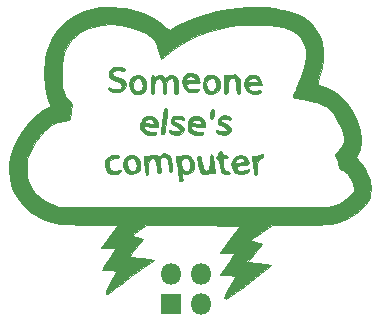
<source format=gts>
G04 #@! TF.GenerationSoftware,KiCad,Pcbnew,5.1.6-c6e7f7d~87~ubuntu18.04.1*
G04 #@! TF.CreationDate,2020-07-20T19:22:24+02:00*
G04 #@! TF.ProjectId,cloud-demo,636c6f75-642d-4646-956d-6f2e6b696361,rev?*
G04 #@! TF.SameCoordinates,Original*
G04 #@! TF.FileFunction,Soldermask,Top*
G04 #@! TF.FilePolarity,Negative*
%FSLAX46Y46*%
G04 Gerber Fmt 4.6, Leading zero omitted, Abs format (unit mm)*
G04 Created by KiCad (PCBNEW 5.1.6-c6e7f7d~87~ubuntu18.04.1) date 2020-07-20 19:22:24*
%MOMM*%
%LPD*%
G01*
G04 APERTURE LIST*
%ADD10C,0.010000*%
%ADD11O,1.800000X1.800000*%
%ADD12R,1.800000X1.800000*%
G04 APERTURE END LIST*
D10*
G36*
X137548996Y-69671742D02*
G01*
X138227108Y-69732416D01*
X138436524Y-69763274D01*
X139364180Y-69963460D01*
X140147210Y-70233775D01*
X140798634Y-70582534D01*
X141331474Y-71018051D01*
X141758750Y-71548643D01*
X142041799Y-72065561D01*
X142222459Y-72627748D01*
X142308133Y-73293214D01*
X142299552Y-74025553D01*
X142197446Y-74788360D01*
X142002547Y-75545228D01*
X141969987Y-75642582D01*
X141894329Y-75901568D01*
X141863068Y-76093551D01*
X141875225Y-76163513D01*
X141983298Y-76217393D01*
X142205470Y-76303279D01*
X142494171Y-76402810D01*
X142501402Y-76405175D01*
X143095031Y-76654464D01*
X143609386Y-76999522D01*
X144082993Y-77469202D01*
X144324732Y-77770636D01*
X144847172Y-78545683D01*
X145216594Y-79285299D01*
X145440099Y-80009154D01*
X145524787Y-80736919D01*
X145519038Y-81079237D01*
X145468490Y-81547531D01*
X145372359Y-81890181D01*
X145304171Y-82027160D01*
X145125778Y-82329513D01*
X145401703Y-82630753D01*
X145573589Y-82854241D01*
X145775986Y-83169946D01*
X145969586Y-83515819D01*
X145999140Y-83573840D01*
X146270142Y-84265644D01*
X146380143Y-84933419D01*
X146327933Y-85568450D01*
X146294660Y-85702533D01*
X146135629Y-86040404D01*
X145852629Y-86414819D01*
X145477188Y-86795286D01*
X145040834Y-87151310D01*
X144575097Y-87452397D01*
X144380145Y-87554249D01*
X144044201Y-87705269D01*
X143712246Y-87826196D01*
X143360336Y-87920173D01*
X142964528Y-87990342D01*
X142500879Y-88039846D01*
X141945446Y-88071827D01*
X141274284Y-88089430D01*
X140463452Y-88095795D01*
X140252688Y-88096000D01*
X138030271Y-88096000D01*
X137148635Y-88700455D01*
X136807361Y-88935627D01*
X136515214Y-89139178D01*
X136301617Y-89290450D01*
X136195993Y-89368787D01*
X136192911Y-89371444D01*
X136228773Y-89420088D01*
X136395031Y-89482053D01*
X136637411Y-89540005D01*
X136906692Y-89599485D01*
X137094179Y-89653324D01*
X137156000Y-89686460D01*
X137104375Y-89764729D01*
X136964119Y-89943927D01*
X136757160Y-90196724D01*
X136526312Y-90471257D01*
X135896625Y-91211624D01*
X136907312Y-91317353D01*
X137297699Y-91363005D01*
X137618005Y-91409626D01*
X137835627Y-91451816D01*
X137917957Y-91484174D01*
X137918000Y-91484752D01*
X137853321Y-91548884D01*
X137673390Y-91697373D01*
X137399366Y-91914245D01*
X137052407Y-92183528D01*
X136653671Y-92489249D01*
X136224318Y-92815434D01*
X135785506Y-93146111D01*
X135358393Y-93465308D01*
X134964138Y-93757051D01*
X134623900Y-94005367D01*
X134358837Y-94194284D01*
X134190107Y-94307829D01*
X134145725Y-94332484D01*
X134017174Y-94308226D01*
X133974530Y-94248003D01*
X133995319Y-94120496D01*
X134096355Y-93877777D01*
X134265390Y-93546477D01*
X134436160Y-93244386D01*
X134948020Y-92371667D01*
X134274409Y-92347082D01*
X133600799Y-92322498D01*
X134193066Y-91439738D01*
X134417727Y-91101771D01*
X134603255Y-90816744D01*
X134731631Y-90612769D01*
X134784840Y-90517963D01*
X134785334Y-90515531D01*
X134707800Y-90491961D01*
X134503619Y-90468684D01*
X134215415Y-90450426D01*
X134187247Y-90449209D01*
X133589161Y-90424333D01*
X134446283Y-89281333D01*
X135303404Y-88138333D01*
X131328962Y-88116344D01*
X127354519Y-88094354D01*
X126701115Y-88539677D01*
X126047710Y-88985000D01*
X126564188Y-89105555D01*
X126832085Y-89175210D01*
X127018771Y-89237360D01*
X127080658Y-89274889D01*
X127029023Y-89355254D01*
X126889139Y-89535417D01*
X126683530Y-89787100D01*
X126480325Y-90028611D01*
X126240909Y-90314676D01*
X126052310Y-90549497D01*
X125935680Y-90706097D01*
X125908833Y-90757484D01*
X125999184Y-90775968D01*
X126224158Y-90808739D01*
X126550101Y-90851207D01*
X126943358Y-90898783D01*
X126953667Y-90899987D01*
X127969667Y-91018560D01*
X126082585Y-92439850D01*
X125586061Y-92812238D01*
X125129622Y-93151558D01*
X124731856Y-93444230D01*
X124411355Y-93676673D01*
X124186708Y-93835307D01*
X124076504Y-93906549D01*
X124072466Y-93908355D01*
X123944108Y-93914734D01*
X123919461Y-93794590D01*
X123998978Y-93546286D01*
X124183112Y-93168189D01*
X124369945Y-92833282D01*
X124881537Y-91948333D01*
X124245435Y-91923605D01*
X123941621Y-91906710D01*
X123716762Y-91884518D01*
X123612193Y-91861339D01*
X123609334Y-91857283D01*
X123653845Y-91775161D01*
X123775366Y-91581007D01*
X123955877Y-91302943D01*
X124177361Y-90969092D01*
X124201510Y-90933063D01*
X124793687Y-90050438D01*
X123505685Y-90001000D01*
X124960573Y-88111022D01*
X122443453Y-88074906D01*
X121643550Y-88061862D01*
X120988817Y-88045503D01*
X120455091Y-88022088D01*
X120018208Y-87987877D01*
X119654005Y-87939129D01*
X119338319Y-87872102D01*
X119046987Y-87783057D01*
X118755846Y-87668252D01*
X118440733Y-87523946D01*
X118233000Y-87423067D01*
X117507491Y-86978512D01*
X116882730Y-86415168D01*
X116376414Y-85754294D01*
X116006242Y-85017144D01*
X115864974Y-84578815D01*
X115779462Y-84090158D01*
X115742067Y-83512852D01*
X115746491Y-83270000D01*
X117220964Y-83270000D01*
X117236276Y-83662205D01*
X117273159Y-84043190D01*
X117324202Y-84340405D01*
X117334216Y-84379032D01*
X117560375Y-84895308D01*
X117928339Y-85385363D01*
X118410580Y-85822372D01*
X118979572Y-86179510D01*
X119350699Y-86344122D01*
X119841667Y-86529667D01*
X130848334Y-86572000D01*
X132483213Y-86578257D01*
X133957558Y-86583767D01*
X135280163Y-86588464D01*
X136459827Y-86592278D01*
X137505345Y-86595144D01*
X138425515Y-86596993D01*
X139229132Y-86597757D01*
X139924993Y-86597370D01*
X140521896Y-86595765D01*
X141028636Y-86592872D01*
X141454011Y-86588626D01*
X141806817Y-86582958D01*
X142095850Y-86575802D01*
X142329907Y-86567089D01*
X142517785Y-86556752D01*
X142668281Y-86544724D01*
X142790191Y-86530937D01*
X142892311Y-86515323D01*
X142983439Y-86497816D01*
X143072371Y-86478348D01*
X143072879Y-86478233D01*
X143668557Y-86272824D01*
X144225443Y-85926877D01*
X144534026Y-85663558D01*
X144786412Y-85402537D01*
X144913452Y-85180886D01*
X144929880Y-84942836D01*
X144850431Y-84632617D01*
X144825502Y-84560318D01*
X144642017Y-84135817D01*
X144427227Y-83791881D01*
X144203390Y-83558883D01*
X144027695Y-83471705D01*
X143899470Y-83426354D01*
X143796513Y-83326535D01*
X143694546Y-83137231D01*
X143569289Y-82823425D01*
X143558893Y-82795544D01*
X143324906Y-82166345D01*
X143667419Y-81777230D01*
X143935701Y-81407864D01*
X144062957Y-81043443D01*
X144063417Y-80628635D01*
X144022803Y-80395497D01*
X143895141Y-79980876D01*
X143691566Y-79524771D01*
X143435883Y-79064971D01*
X143151896Y-78639269D01*
X142863412Y-78285457D01*
X142594235Y-78041324D01*
X142505727Y-77987092D01*
X142161667Y-77842689D01*
X141702856Y-77695873D01*
X141182994Y-77561482D01*
X140655783Y-77454349D01*
X140469545Y-77424580D01*
X140153118Y-77370730D01*
X139913316Y-77315482D01*
X139789421Y-77268425D01*
X139780667Y-77256429D01*
X139812027Y-77152820D01*
X139895766Y-76933920D01*
X140016368Y-76639565D01*
X140071986Y-76508381D01*
X140451019Y-75539901D01*
X140707678Y-74684439D01*
X140840022Y-73935978D01*
X140846108Y-73288499D01*
X140723995Y-72735984D01*
X140471740Y-72272413D01*
X140087402Y-71891768D01*
X139569040Y-71588031D01*
X138914710Y-71355183D01*
X138368950Y-71230050D01*
X137863164Y-71163810D01*
X137237940Y-71127025D01*
X136540427Y-71118767D01*
X135817771Y-71138107D01*
X135117122Y-71184118D01*
X134485626Y-71255873D01*
X134148333Y-71313115D01*
X132787958Y-71653186D01*
X131549796Y-72107566D01*
X130429349Y-72678235D01*
X129422115Y-73367174D01*
X129348714Y-73425512D01*
X128562334Y-74057177D01*
X128489592Y-73774088D01*
X128364366Y-73297165D01*
X128264282Y-72952751D01*
X128175707Y-72708522D01*
X128085008Y-72532154D01*
X127978551Y-72391322D01*
X127852099Y-72262618D01*
X127317748Y-71859768D01*
X126665692Y-71537774D01*
X125929382Y-71301170D01*
X125142269Y-71154487D01*
X124337803Y-71102255D01*
X123549436Y-71149006D01*
X122810618Y-71299271D01*
X122260451Y-71505161D01*
X121756548Y-71771390D01*
X121370736Y-72048431D01*
X121054191Y-72375609D01*
X120866573Y-72627769D01*
X120600601Y-73058527D01*
X120411463Y-73480771D01*
X120287821Y-73937409D01*
X120218340Y-74471348D01*
X120191681Y-75125496D01*
X120191058Y-75184333D01*
X120202272Y-75845619D01*
X120254291Y-76372216D01*
X120355125Y-76795561D01*
X120512783Y-77147091D01*
X120735273Y-77458245D01*
X120784670Y-77514434D01*
X121071408Y-77831820D01*
X120987381Y-78413076D01*
X120944882Y-78718631D01*
X120914103Y-78961867D01*
X120901682Y-79090321D01*
X120901677Y-79090553D01*
X120824999Y-79158134D01*
X120631925Y-79221652D01*
X120501160Y-79246583D01*
X119857590Y-79398579D01*
X119322365Y-79654002D01*
X118857160Y-80031651D01*
X118817070Y-80072637D01*
X118388784Y-80541689D01*
X118056269Y-80968470D01*
X117778660Y-81410733D01*
X117534732Y-81884892D01*
X117376337Y-82231618D01*
X117281845Y-82499045D01*
X117235382Y-82757241D01*
X117221077Y-83076271D01*
X117220964Y-83270000D01*
X115746491Y-83270000D01*
X115752898Y-82918309D01*
X115812065Y-82377938D01*
X115861245Y-82144836D01*
X116070588Y-81539412D01*
X116381263Y-80902848D01*
X116770157Y-80265834D01*
X117214156Y-79659060D01*
X117690146Y-79113214D01*
X118175015Y-78658987D01*
X118645649Y-78327069D01*
X118795396Y-78248900D01*
X119273125Y-78024320D01*
X119076267Y-77535660D01*
X118876832Y-76923272D01*
X118755812Y-76254576D01*
X118708310Y-75492976D01*
X118717375Y-74853953D01*
X118744538Y-74350454D01*
X118786814Y-73956779D01*
X118854106Y-73613498D01*
X118956313Y-73261179D01*
X119008550Y-73106260D01*
X119389501Y-72242293D01*
X119891971Y-71495870D01*
X120513606Y-70869082D01*
X121252053Y-70364018D01*
X122104958Y-69982770D01*
X122730982Y-69799617D01*
X123091645Y-69721053D01*
X123414832Y-69672664D01*
X123754764Y-69650481D01*
X124165660Y-69650531D01*
X124583000Y-69663953D01*
X125076139Y-69693781D01*
X125558376Y-69740778D01*
X125974142Y-69798628D01*
X126234000Y-69851674D01*
X126856359Y-70053510D01*
X127492466Y-70328627D01*
X128090375Y-70650493D01*
X128598140Y-70992578D01*
X128802883Y-71163733D01*
X129054395Y-71388623D01*
X129219399Y-71513101D01*
X129332933Y-71554651D01*
X129430037Y-71530759D01*
X129480216Y-71501737D01*
X130081026Y-71165862D01*
X130807064Y-70830284D01*
X131614995Y-70511435D01*
X132461484Y-70225748D01*
X133303195Y-69989654D01*
X133727000Y-69891430D01*
X134380301Y-69782339D01*
X135139738Y-69704448D01*
X135954724Y-69659134D01*
X136774672Y-69647773D01*
X137548996Y-69671742D01*
G37*
X137548996Y-69671742D02*
X138227108Y-69732416D01*
X138436524Y-69763274D01*
X139364180Y-69963460D01*
X140147210Y-70233775D01*
X140798634Y-70582534D01*
X141331474Y-71018051D01*
X141758750Y-71548643D01*
X142041799Y-72065561D01*
X142222459Y-72627748D01*
X142308133Y-73293214D01*
X142299552Y-74025553D01*
X142197446Y-74788360D01*
X142002547Y-75545228D01*
X141969987Y-75642582D01*
X141894329Y-75901568D01*
X141863068Y-76093551D01*
X141875225Y-76163513D01*
X141983298Y-76217393D01*
X142205470Y-76303279D01*
X142494171Y-76402810D01*
X142501402Y-76405175D01*
X143095031Y-76654464D01*
X143609386Y-76999522D01*
X144082993Y-77469202D01*
X144324732Y-77770636D01*
X144847172Y-78545683D01*
X145216594Y-79285299D01*
X145440099Y-80009154D01*
X145524787Y-80736919D01*
X145519038Y-81079237D01*
X145468490Y-81547531D01*
X145372359Y-81890181D01*
X145304171Y-82027160D01*
X145125778Y-82329513D01*
X145401703Y-82630753D01*
X145573589Y-82854241D01*
X145775986Y-83169946D01*
X145969586Y-83515819D01*
X145999140Y-83573840D01*
X146270142Y-84265644D01*
X146380143Y-84933419D01*
X146327933Y-85568450D01*
X146294660Y-85702533D01*
X146135629Y-86040404D01*
X145852629Y-86414819D01*
X145477188Y-86795286D01*
X145040834Y-87151310D01*
X144575097Y-87452397D01*
X144380145Y-87554249D01*
X144044201Y-87705269D01*
X143712246Y-87826196D01*
X143360336Y-87920173D01*
X142964528Y-87990342D01*
X142500879Y-88039846D01*
X141945446Y-88071827D01*
X141274284Y-88089430D01*
X140463452Y-88095795D01*
X140252688Y-88096000D01*
X138030271Y-88096000D01*
X137148635Y-88700455D01*
X136807361Y-88935627D01*
X136515214Y-89139178D01*
X136301617Y-89290450D01*
X136195993Y-89368787D01*
X136192911Y-89371444D01*
X136228773Y-89420088D01*
X136395031Y-89482053D01*
X136637411Y-89540005D01*
X136906692Y-89599485D01*
X137094179Y-89653324D01*
X137156000Y-89686460D01*
X137104375Y-89764729D01*
X136964119Y-89943927D01*
X136757160Y-90196724D01*
X136526312Y-90471257D01*
X135896625Y-91211624D01*
X136907312Y-91317353D01*
X137297699Y-91363005D01*
X137618005Y-91409626D01*
X137835627Y-91451816D01*
X137917957Y-91484174D01*
X137918000Y-91484752D01*
X137853321Y-91548884D01*
X137673390Y-91697373D01*
X137399366Y-91914245D01*
X137052407Y-92183528D01*
X136653671Y-92489249D01*
X136224318Y-92815434D01*
X135785506Y-93146111D01*
X135358393Y-93465308D01*
X134964138Y-93757051D01*
X134623900Y-94005367D01*
X134358837Y-94194284D01*
X134190107Y-94307829D01*
X134145725Y-94332484D01*
X134017174Y-94308226D01*
X133974530Y-94248003D01*
X133995319Y-94120496D01*
X134096355Y-93877777D01*
X134265390Y-93546477D01*
X134436160Y-93244386D01*
X134948020Y-92371667D01*
X134274409Y-92347082D01*
X133600799Y-92322498D01*
X134193066Y-91439738D01*
X134417727Y-91101771D01*
X134603255Y-90816744D01*
X134731631Y-90612769D01*
X134784840Y-90517963D01*
X134785334Y-90515531D01*
X134707800Y-90491961D01*
X134503619Y-90468684D01*
X134215415Y-90450426D01*
X134187247Y-90449209D01*
X133589161Y-90424333D01*
X134446283Y-89281333D01*
X135303404Y-88138333D01*
X131328962Y-88116344D01*
X127354519Y-88094354D01*
X126701115Y-88539677D01*
X126047710Y-88985000D01*
X126564188Y-89105555D01*
X126832085Y-89175210D01*
X127018771Y-89237360D01*
X127080658Y-89274889D01*
X127029023Y-89355254D01*
X126889139Y-89535417D01*
X126683530Y-89787100D01*
X126480325Y-90028611D01*
X126240909Y-90314676D01*
X126052310Y-90549497D01*
X125935680Y-90706097D01*
X125908833Y-90757484D01*
X125999184Y-90775968D01*
X126224158Y-90808739D01*
X126550101Y-90851207D01*
X126943358Y-90898783D01*
X126953667Y-90899987D01*
X127969667Y-91018560D01*
X126082585Y-92439850D01*
X125586061Y-92812238D01*
X125129622Y-93151558D01*
X124731856Y-93444230D01*
X124411355Y-93676673D01*
X124186708Y-93835307D01*
X124076504Y-93906549D01*
X124072466Y-93908355D01*
X123944108Y-93914734D01*
X123919461Y-93794590D01*
X123998978Y-93546286D01*
X124183112Y-93168189D01*
X124369945Y-92833282D01*
X124881537Y-91948333D01*
X124245435Y-91923605D01*
X123941621Y-91906710D01*
X123716762Y-91884518D01*
X123612193Y-91861339D01*
X123609334Y-91857283D01*
X123653845Y-91775161D01*
X123775366Y-91581007D01*
X123955877Y-91302943D01*
X124177361Y-90969092D01*
X124201510Y-90933063D01*
X124793687Y-90050438D01*
X123505685Y-90001000D01*
X124960573Y-88111022D01*
X122443453Y-88074906D01*
X121643550Y-88061862D01*
X120988817Y-88045503D01*
X120455091Y-88022088D01*
X120018208Y-87987877D01*
X119654005Y-87939129D01*
X119338319Y-87872102D01*
X119046987Y-87783057D01*
X118755846Y-87668252D01*
X118440733Y-87523946D01*
X118233000Y-87423067D01*
X117507491Y-86978512D01*
X116882730Y-86415168D01*
X116376414Y-85754294D01*
X116006242Y-85017144D01*
X115864974Y-84578815D01*
X115779462Y-84090158D01*
X115742067Y-83512852D01*
X115746491Y-83270000D01*
X117220964Y-83270000D01*
X117236276Y-83662205D01*
X117273159Y-84043190D01*
X117324202Y-84340405D01*
X117334216Y-84379032D01*
X117560375Y-84895308D01*
X117928339Y-85385363D01*
X118410580Y-85822372D01*
X118979572Y-86179510D01*
X119350699Y-86344122D01*
X119841667Y-86529667D01*
X130848334Y-86572000D01*
X132483213Y-86578257D01*
X133957558Y-86583767D01*
X135280163Y-86588464D01*
X136459827Y-86592278D01*
X137505345Y-86595144D01*
X138425515Y-86596993D01*
X139229132Y-86597757D01*
X139924993Y-86597370D01*
X140521896Y-86595765D01*
X141028636Y-86592872D01*
X141454011Y-86588626D01*
X141806817Y-86582958D01*
X142095850Y-86575802D01*
X142329907Y-86567089D01*
X142517785Y-86556752D01*
X142668281Y-86544724D01*
X142790191Y-86530937D01*
X142892311Y-86515323D01*
X142983439Y-86497816D01*
X143072371Y-86478348D01*
X143072879Y-86478233D01*
X143668557Y-86272824D01*
X144225443Y-85926877D01*
X144534026Y-85663558D01*
X144786412Y-85402537D01*
X144913452Y-85180886D01*
X144929880Y-84942836D01*
X144850431Y-84632617D01*
X144825502Y-84560318D01*
X144642017Y-84135817D01*
X144427227Y-83791881D01*
X144203390Y-83558883D01*
X144027695Y-83471705D01*
X143899470Y-83426354D01*
X143796513Y-83326535D01*
X143694546Y-83137231D01*
X143569289Y-82823425D01*
X143558893Y-82795544D01*
X143324906Y-82166345D01*
X143667419Y-81777230D01*
X143935701Y-81407864D01*
X144062957Y-81043443D01*
X144063417Y-80628635D01*
X144022803Y-80395497D01*
X143895141Y-79980876D01*
X143691566Y-79524771D01*
X143435883Y-79064971D01*
X143151896Y-78639269D01*
X142863412Y-78285457D01*
X142594235Y-78041324D01*
X142505727Y-77987092D01*
X142161667Y-77842689D01*
X141702856Y-77695873D01*
X141182994Y-77561482D01*
X140655783Y-77454349D01*
X140469545Y-77424580D01*
X140153118Y-77370730D01*
X139913316Y-77315482D01*
X139789421Y-77268425D01*
X139780667Y-77256429D01*
X139812027Y-77152820D01*
X139895766Y-76933920D01*
X140016368Y-76639565D01*
X140071986Y-76508381D01*
X140451019Y-75539901D01*
X140707678Y-74684439D01*
X140840022Y-73935978D01*
X140846108Y-73288499D01*
X140723995Y-72735984D01*
X140471740Y-72272413D01*
X140087402Y-71891768D01*
X139569040Y-71588031D01*
X138914710Y-71355183D01*
X138368950Y-71230050D01*
X137863164Y-71163810D01*
X137237940Y-71127025D01*
X136540427Y-71118767D01*
X135817771Y-71138107D01*
X135117122Y-71184118D01*
X134485626Y-71255873D01*
X134148333Y-71313115D01*
X132787958Y-71653186D01*
X131549796Y-72107566D01*
X130429349Y-72678235D01*
X129422115Y-73367174D01*
X129348714Y-73425512D01*
X128562334Y-74057177D01*
X128489592Y-73774088D01*
X128364366Y-73297165D01*
X128264282Y-72952751D01*
X128175707Y-72708522D01*
X128085008Y-72532154D01*
X127978551Y-72391322D01*
X127852099Y-72262618D01*
X127317748Y-71859768D01*
X126665692Y-71537774D01*
X125929382Y-71301170D01*
X125142269Y-71154487D01*
X124337803Y-71102255D01*
X123549436Y-71149006D01*
X122810618Y-71299271D01*
X122260451Y-71505161D01*
X121756548Y-71771390D01*
X121370736Y-72048431D01*
X121054191Y-72375609D01*
X120866573Y-72627769D01*
X120600601Y-73058527D01*
X120411463Y-73480771D01*
X120287821Y-73937409D01*
X120218340Y-74471348D01*
X120191681Y-75125496D01*
X120191058Y-75184333D01*
X120202272Y-75845619D01*
X120254291Y-76372216D01*
X120355125Y-76795561D01*
X120512783Y-77147091D01*
X120735273Y-77458245D01*
X120784670Y-77514434D01*
X121071408Y-77831820D01*
X120987381Y-78413076D01*
X120944882Y-78718631D01*
X120914103Y-78961867D01*
X120901682Y-79090321D01*
X120901677Y-79090553D01*
X120824999Y-79158134D01*
X120631925Y-79221652D01*
X120501160Y-79246583D01*
X119857590Y-79398579D01*
X119322365Y-79654002D01*
X118857160Y-80031651D01*
X118817070Y-80072637D01*
X118388784Y-80541689D01*
X118056269Y-80968470D01*
X117778660Y-81410733D01*
X117534732Y-81884892D01*
X117376337Y-82231618D01*
X117281845Y-82499045D01*
X117235382Y-82757241D01*
X117221077Y-83076271D01*
X117220964Y-83270000D01*
X115746491Y-83270000D01*
X115752898Y-82918309D01*
X115812065Y-82377938D01*
X115861245Y-82144836D01*
X116070588Y-81539412D01*
X116381263Y-80902848D01*
X116770157Y-80265834D01*
X117214156Y-79659060D01*
X117690146Y-79113214D01*
X118175015Y-78658987D01*
X118645649Y-78327069D01*
X118795396Y-78248900D01*
X119273125Y-78024320D01*
X119076267Y-77535660D01*
X118876832Y-76923272D01*
X118755812Y-76254576D01*
X118708310Y-75492976D01*
X118717375Y-74853953D01*
X118744538Y-74350454D01*
X118786814Y-73956779D01*
X118854106Y-73613498D01*
X118956313Y-73261179D01*
X119008550Y-73106260D01*
X119389501Y-72242293D01*
X119891971Y-71495870D01*
X120513606Y-70869082D01*
X121252053Y-70364018D01*
X122104958Y-69982770D01*
X122730982Y-69799617D01*
X123091645Y-69721053D01*
X123414832Y-69672664D01*
X123754764Y-69650481D01*
X124165660Y-69650531D01*
X124583000Y-69663953D01*
X125076139Y-69693781D01*
X125558376Y-69740778D01*
X125974142Y-69798628D01*
X126234000Y-69851674D01*
X126856359Y-70053510D01*
X127492466Y-70328627D01*
X128090375Y-70650493D01*
X128598140Y-70992578D01*
X128802883Y-71163733D01*
X129054395Y-71388623D01*
X129219399Y-71513101D01*
X129332933Y-71554651D01*
X129430037Y-71530759D01*
X129480216Y-71501737D01*
X130081026Y-71165862D01*
X130807064Y-70830284D01*
X131614995Y-70511435D01*
X132461484Y-70225748D01*
X133303195Y-69989654D01*
X133727000Y-69891430D01*
X134380301Y-69782339D01*
X135139738Y-69704448D01*
X135954724Y-69659134D01*
X136774672Y-69647773D01*
X137548996Y-69671742D01*
G36*
X131064839Y-82249825D02*
G01*
X131267612Y-82500158D01*
X131386579Y-82859140D01*
X131382204Y-83196777D01*
X131269644Y-83481366D01*
X131064054Y-83681203D01*
X130780593Y-83764584D01*
X130665143Y-83760313D01*
X130364649Y-83725232D01*
X130407935Y-84047949D01*
X130424173Y-84259697D01*
X130384938Y-84352061D01*
X130289944Y-84370667D01*
X130156528Y-84359940D01*
X130128667Y-84346282D01*
X130118811Y-84257847D01*
X130091959Y-84034834D01*
X130052183Y-83710686D01*
X130003556Y-83318842D01*
X130002343Y-83309115D01*
X129958377Y-82955086D01*
X130301877Y-82955086D01*
X130339930Y-83211621D01*
X130431048Y-83390952D01*
X130643981Y-83510832D01*
X130863606Y-83488881D01*
X130958400Y-83422400D01*
X131034072Y-83252697D01*
X131056778Y-82997667D01*
X131025250Y-82733232D01*
X130972355Y-82587100D01*
X130819654Y-82456965D01*
X130605953Y-82429795D01*
X130410885Y-82514234D01*
X130399600Y-82524933D01*
X130320825Y-82700254D01*
X130301877Y-82955086D01*
X129958377Y-82955086D01*
X129953491Y-82915748D01*
X129913310Y-82588963D01*
X129885898Y-82362324D01*
X129875355Y-82269396D01*
X129875343Y-82269107D01*
X129946281Y-82254969D01*
X130065167Y-82260751D01*
X130286634Y-82242567D01*
X130488500Y-82184239D01*
X130794447Y-82138149D01*
X131064839Y-82249825D01*
G37*
X131064839Y-82249825D02*
X131267612Y-82500158D01*
X131386579Y-82859140D01*
X131382204Y-83196777D01*
X131269644Y-83481366D01*
X131064054Y-83681203D01*
X130780593Y-83764584D01*
X130665143Y-83760313D01*
X130364649Y-83725232D01*
X130407935Y-84047949D01*
X130424173Y-84259697D01*
X130384938Y-84352061D01*
X130289944Y-84370667D01*
X130156528Y-84359940D01*
X130128667Y-84346282D01*
X130118811Y-84257847D01*
X130091959Y-84034834D01*
X130052183Y-83710686D01*
X130003556Y-83318842D01*
X130002343Y-83309115D01*
X129958377Y-82955086D01*
X130301877Y-82955086D01*
X130339930Y-83211621D01*
X130431048Y-83390952D01*
X130643981Y-83510832D01*
X130863606Y-83488881D01*
X130958400Y-83422400D01*
X131034072Y-83252697D01*
X131056778Y-82997667D01*
X131025250Y-82733232D01*
X130972355Y-82587100D01*
X130819654Y-82456965D01*
X130605953Y-82429795D01*
X130410885Y-82514234D01*
X130399600Y-82524933D01*
X130320825Y-82700254D01*
X130301877Y-82955086D01*
X129958377Y-82955086D01*
X129953491Y-82915748D01*
X129913310Y-82588963D01*
X129885898Y-82362324D01*
X129875355Y-82269396D01*
X129875343Y-82269107D01*
X129946281Y-82254969D01*
X130065167Y-82260751D01*
X130286634Y-82242567D01*
X130488500Y-82184239D01*
X130794447Y-82138149D01*
X131064839Y-82249825D01*
G36*
X129128901Y-82046745D02*
G01*
X129321630Y-82228412D01*
X129461937Y-82551757D01*
X129541612Y-83008327D01*
X129548577Y-83099220D01*
X129556715Y-83376153D01*
X129529968Y-83525141D01*
X129459673Y-83585532D01*
X129440451Y-83590281D01*
X129356537Y-83571519D01*
X129299165Y-83454497D01*
X129254966Y-83207473D01*
X129244921Y-83126061D01*
X129206534Y-82832994D01*
X129168294Y-82594719D01*
X129146747Y-82494655D01*
X129027084Y-82333838D01*
X128826485Y-82296607D01*
X128671555Y-82348181D01*
X128582643Y-82410762D01*
X128535853Y-82505823D01*
X128524185Y-82674655D01*
X128540640Y-82958551D01*
X128549609Y-83067544D01*
X128573052Y-83388554D01*
X128572013Y-83576330D01*
X128540705Y-83665938D01*
X128473340Y-83692443D01*
X128446315Y-83693333D01*
X128353234Y-83663441D01*
X128293424Y-83549526D01*
X128251586Y-83315235D01*
X128238507Y-83199499D01*
X128191244Y-82827886D01*
X128134433Y-82595301D01*
X128054063Y-82471499D01*
X127936121Y-82426233D01*
X127878921Y-82423333D01*
X127692920Y-82477186D01*
X127577490Y-82649154D01*
X127526158Y-82954848D01*
X127525613Y-83275777D01*
X127519390Y-83567630D01*
X127482283Y-83769966D01*
X127425555Y-83862082D01*
X127360469Y-83823278D01*
X127307939Y-83675854D01*
X127276504Y-83495706D01*
X127238821Y-83208320D01*
X127202935Y-82875190D01*
X127202232Y-82867877D01*
X127174223Y-82552369D01*
X127171205Y-82370027D01*
X127201555Y-82285497D01*
X127273647Y-82263429D01*
X127344898Y-82265721D01*
X127580656Y-82242041D01*
X127766349Y-82187980D01*
X128015159Y-82144763D01*
X128189682Y-82202449D01*
X128358278Y-82259199D01*
X128513065Y-82212836D01*
X128619024Y-82142259D01*
X128891962Y-82015210D01*
X129128901Y-82046745D01*
G37*
X129128901Y-82046745D02*
X129321630Y-82228412D01*
X129461937Y-82551757D01*
X129541612Y-83008327D01*
X129548577Y-83099220D01*
X129556715Y-83376153D01*
X129529968Y-83525141D01*
X129459673Y-83585532D01*
X129440451Y-83590281D01*
X129356537Y-83571519D01*
X129299165Y-83454497D01*
X129254966Y-83207473D01*
X129244921Y-83126061D01*
X129206534Y-82832994D01*
X129168294Y-82594719D01*
X129146747Y-82494655D01*
X129027084Y-82333838D01*
X128826485Y-82296607D01*
X128671555Y-82348181D01*
X128582643Y-82410762D01*
X128535853Y-82505823D01*
X128524185Y-82674655D01*
X128540640Y-82958551D01*
X128549609Y-83067544D01*
X128573052Y-83388554D01*
X128572013Y-83576330D01*
X128540705Y-83665938D01*
X128473340Y-83692443D01*
X128446315Y-83693333D01*
X128353234Y-83663441D01*
X128293424Y-83549526D01*
X128251586Y-83315235D01*
X128238507Y-83199499D01*
X128191244Y-82827886D01*
X128134433Y-82595301D01*
X128054063Y-82471499D01*
X127936121Y-82426233D01*
X127878921Y-82423333D01*
X127692920Y-82477186D01*
X127577490Y-82649154D01*
X127526158Y-82954848D01*
X127525613Y-83275777D01*
X127519390Y-83567630D01*
X127482283Y-83769966D01*
X127425555Y-83862082D01*
X127360469Y-83823278D01*
X127307939Y-83675854D01*
X127276504Y-83495706D01*
X127238821Y-83208320D01*
X127202935Y-82875190D01*
X127202232Y-82867877D01*
X127174223Y-82552369D01*
X127171205Y-82370027D01*
X127201555Y-82285497D01*
X127273647Y-82263429D01*
X127344898Y-82265721D01*
X127580656Y-82242041D01*
X127766349Y-82187980D01*
X128015159Y-82144763D01*
X128189682Y-82202449D01*
X128358278Y-82259199D01*
X128513065Y-82212836D01*
X128619024Y-82142259D01*
X128891962Y-82015210D01*
X129128901Y-82046745D01*
G36*
X137239944Y-82187800D02*
G01*
X137240667Y-82254000D01*
X137179937Y-82396605D01*
X137081700Y-82423333D01*
X136895335Y-82472574D01*
X136784274Y-82632420D01*
X136740940Y-82921054D01*
X136747793Y-83224686D01*
X136755315Y-83558701D01*
X136718542Y-83756315D01*
X136627177Y-83847009D01*
X136524983Y-83862667D01*
X136501907Y-83786692D01*
X136468808Y-83591444D01*
X136445377Y-83418167D01*
X136401334Y-83072352D01*
X136355110Y-82723306D01*
X136339069Y-82606367D01*
X136314120Y-82379434D01*
X136336206Y-82276436D01*
X136423914Y-82254381D01*
X136489101Y-82259344D01*
X136718157Y-82241943D01*
X136928679Y-82182143D01*
X137128610Y-82105506D01*
X137217280Y-82103917D01*
X137239944Y-82187800D01*
G37*
X137239944Y-82187800D02*
X137240667Y-82254000D01*
X137179937Y-82396605D01*
X137081700Y-82423333D01*
X136895335Y-82472574D01*
X136784274Y-82632420D01*
X136740940Y-82921054D01*
X136747793Y-83224686D01*
X136755315Y-83558701D01*
X136718542Y-83756315D01*
X136627177Y-83847009D01*
X136524983Y-83862667D01*
X136501907Y-83786692D01*
X136468808Y-83591444D01*
X136445377Y-83418167D01*
X136401334Y-83072352D01*
X136355110Y-82723306D01*
X136339069Y-82606367D01*
X136314120Y-82379434D01*
X136336206Y-82276436D01*
X136423914Y-82254381D01*
X136489101Y-82259344D01*
X136718157Y-82241943D01*
X136928679Y-82182143D01*
X137128610Y-82105506D01*
X137217280Y-82103917D01*
X137239944Y-82187800D01*
G36*
X124861973Y-82150321D02*
G01*
X125012047Y-82216810D01*
X125048667Y-82306203D01*
X124975271Y-82391963D01*
X124749571Y-82423108D01*
X124720367Y-82423333D01*
X124413560Y-82474081D01*
X124235252Y-82629991D01*
X124181995Y-82896565D01*
X124230139Y-83205210D01*
X124358347Y-83409706D01*
X124582837Y-83506893D01*
X124856838Y-83480070D01*
X124924887Y-83453271D01*
X125109109Y-83414154D01*
X125199548Y-83472651D01*
X125166389Y-83590215D01*
X125087753Y-83663844D01*
X124890550Y-83738376D01*
X124612757Y-83769993D01*
X124338961Y-83753084D01*
X124221385Y-83721333D01*
X124052674Y-83571598D01*
X123935684Y-83313382D01*
X123880306Y-83002287D01*
X123896429Y-82693916D01*
X123993944Y-82443872D01*
X123994127Y-82443610D01*
X124158275Y-82298511D01*
X124388614Y-82197227D01*
X124638671Y-82145811D01*
X124861973Y-82150321D01*
G37*
X124861973Y-82150321D02*
X125012047Y-82216810D01*
X125048667Y-82306203D01*
X124975271Y-82391963D01*
X124749571Y-82423108D01*
X124720367Y-82423333D01*
X124413560Y-82474081D01*
X124235252Y-82629991D01*
X124181995Y-82896565D01*
X124230139Y-83205210D01*
X124358347Y-83409706D01*
X124582837Y-83506893D01*
X124856838Y-83480070D01*
X124924887Y-83453271D01*
X125109109Y-83414154D01*
X125199548Y-83472651D01*
X125166389Y-83590215D01*
X125087753Y-83663844D01*
X124890550Y-83738376D01*
X124612757Y-83769993D01*
X124338961Y-83753084D01*
X124221385Y-83721333D01*
X124052674Y-83571598D01*
X123935684Y-83313382D01*
X123880306Y-83002287D01*
X123896429Y-82693916D01*
X123993944Y-82443872D01*
X123994127Y-82443610D01*
X124158275Y-82298511D01*
X124388614Y-82197227D01*
X124638671Y-82145811D01*
X124861973Y-82150321D01*
G36*
X126467446Y-82236420D02*
G01*
X126691214Y-82435851D01*
X126808407Y-82764885D01*
X126826667Y-83012659D01*
X126801315Y-83307687D01*
X126709921Y-83507187D01*
X126630710Y-83593908D01*
X126384710Y-83727524D01*
X126067915Y-83776085D01*
X125762193Y-83727809D01*
X125745385Y-83721333D01*
X125602613Y-83588918D01*
X125479302Y-83347671D01*
X125401436Y-83057971D01*
X125389934Y-82920433D01*
X125726000Y-82920433D01*
X125777592Y-83212068D01*
X125910129Y-83414562D01*
X126090251Y-83509384D01*
X126284601Y-83478002D01*
X126447578Y-83321298D01*
X126536037Y-83070949D01*
X126516296Y-82807670D01*
X126407085Y-82581814D01*
X126227134Y-82443735D01*
X126113567Y-82423333D01*
X125882426Y-82486208D01*
X125755455Y-82678464D01*
X125726000Y-82920433D01*
X125389934Y-82920433D01*
X125387334Y-82889356D01*
X125460671Y-82554428D01*
X125664643Y-82311409D01*
X125975189Y-82183335D01*
X126139340Y-82169333D01*
X126467446Y-82236420D01*
G37*
X126467446Y-82236420D02*
X126691214Y-82435851D01*
X126808407Y-82764885D01*
X126826667Y-83012659D01*
X126801315Y-83307687D01*
X126709921Y-83507187D01*
X126630710Y-83593908D01*
X126384710Y-83727524D01*
X126067915Y-83776085D01*
X125762193Y-83727809D01*
X125745385Y-83721333D01*
X125602613Y-83588918D01*
X125479302Y-83347671D01*
X125401436Y-83057971D01*
X125389934Y-82920433D01*
X125726000Y-82920433D01*
X125777592Y-83212068D01*
X125910129Y-83414562D01*
X126090251Y-83509384D01*
X126284601Y-83478002D01*
X126447578Y-83321298D01*
X126536037Y-83070949D01*
X126516296Y-82807670D01*
X126407085Y-82581814D01*
X126227134Y-82443735D01*
X126113567Y-82423333D01*
X125882426Y-82486208D01*
X125755455Y-82678464D01*
X125726000Y-82920433D01*
X125389934Y-82920433D01*
X125387334Y-82889356D01*
X125460671Y-82554428D01*
X125664643Y-82311409D01*
X125975189Y-82183335D01*
X126139340Y-82169333D01*
X126467446Y-82236420D01*
G36*
X132937628Y-82128085D02*
G01*
X132996715Y-82265452D01*
X133040092Y-82525161D01*
X133084402Y-82872836D01*
X133131022Y-83224640D01*
X133147619Y-83345553D01*
X133174266Y-83573992D01*
X133154760Y-83675393D01*
X133067787Y-83690223D01*
X132974400Y-83674408D01*
X132793355Y-83666635D01*
X132703983Y-83704688D01*
X132597946Y-83751213D01*
X132389984Y-83776483D01*
X132320683Y-83778000D01*
X132092659Y-83761441D01*
X131965598Y-83684318D01*
X131872242Y-83505459D01*
X131871176Y-83502833D01*
X131798058Y-83259334D01*
X131732865Y-82937073D01*
X131705423Y-82740833D01*
X131680393Y-82466074D01*
X131689211Y-82319558D01*
X131740116Y-82262142D01*
X131807912Y-82254000D01*
X131897535Y-82282687D01*
X131960580Y-82391542D01*
X132011227Y-82614760D01*
X132041485Y-82817244D01*
X132123983Y-83216462D01*
X132241779Y-83452838D01*
X132397513Y-83529685D01*
X132562834Y-83471324D01*
X132643292Y-83385121D01*
X132690105Y-83228021D01*
X132711396Y-82961698D01*
X132715186Y-82752444D01*
X132724783Y-82416961D01*
X132752575Y-82217929D01*
X132805396Y-82122848D01*
X132851914Y-82102181D01*
X132937628Y-82128085D01*
G37*
X132937628Y-82128085D02*
X132996715Y-82265452D01*
X133040092Y-82525161D01*
X133084402Y-82872836D01*
X133131022Y-83224640D01*
X133147619Y-83345553D01*
X133174266Y-83573992D01*
X133154760Y-83675393D01*
X133067787Y-83690223D01*
X132974400Y-83674408D01*
X132793355Y-83666635D01*
X132703983Y-83704688D01*
X132597946Y-83751213D01*
X132389984Y-83776483D01*
X132320683Y-83778000D01*
X132092659Y-83761441D01*
X131965598Y-83684318D01*
X131872242Y-83505459D01*
X131871176Y-83502833D01*
X131798058Y-83259334D01*
X131732865Y-82937073D01*
X131705423Y-82740833D01*
X131680393Y-82466074D01*
X131689211Y-82319558D01*
X131740116Y-82262142D01*
X131807912Y-82254000D01*
X131897535Y-82282687D01*
X131960580Y-82391542D01*
X132011227Y-82614760D01*
X132041485Y-82817244D01*
X132123983Y-83216462D01*
X132241779Y-83452838D01*
X132397513Y-83529685D01*
X132562834Y-83471324D01*
X132643292Y-83385121D01*
X132690105Y-83228021D01*
X132711396Y-82961698D01*
X132715186Y-82752444D01*
X132724783Y-82416961D01*
X132752575Y-82217929D01*
X132805396Y-82122848D01*
X132851914Y-82102181D01*
X132937628Y-82128085D01*
G36*
X133741504Y-81890535D02*
G01*
X133769334Y-82000000D01*
X133809249Y-82123947D01*
X133957766Y-82167586D01*
X134023334Y-82169333D01*
X134224986Y-82207197D01*
X134277334Y-82296333D01*
X134203733Y-82398476D01*
X134065667Y-82423333D01*
X133932360Y-82440268D01*
X133871305Y-82522060D01*
X133855311Y-82715186D01*
X133855156Y-82783167D01*
X133871318Y-83149324D01*
X133925728Y-83376114D01*
X134031562Y-83491640D01*
X134201997Y-83524000D01*
X134202542Y-83524000D01*
X134396908Y-83563144D01*
X134446667Y-83651000D01*
X134376208Y-83742455D01*
X134205060Y-83783245D01*
X133993568Y-83775073D01*
X133802075Y-83719640D01*
X133696212Y-83629833D01*
X133642314Y-83466213D01*
X133587386Y-83202045D01*
X133556477Y-82994833D01*
X133498160Y-82678465D01*
X133421495Y-82525218D01*
X133378578Y-82508000D01*
X133274849Y-82440016D01*
X133261334Y-82381000D01*
X133307051Y-82268328D01*
X133346000Y-82254000D01*
X133409646Y-82181544D01*
X133430667Y-82042333D01*
X133470354Y-81876352D01*
X133600000Y-81830667D01*
X133741504Y-81890535D01*
G37*
X133741504Y-81890535D02*
X133769334Y-82000000D01*
X133809249Y-82123947D01*
X133957766Y-82167586D01*
X134023334Y-82169333D01*
X134224986Y-82207197D01*
X134277334Y-82296333D01*
X134203733Y-82398476D01*
X134065667Y-82423333D01*
X133932360Y-82440268D01*
X133871305Y-82522060D01*
X133855311Y-82715186D01*
X133855156Y-82783167D01*
X133871318Y-83149324D01*
X133925728Y-83376114D01*
X134031562Y-83491640D01*
X134201997Y-83524000D01*
X134202542Y-83524000D01*
X134396908Y-83563144D01*
X134446667Y-83651000D01*
X134376208Y-83742455D01*
X134205060Y-83783245D01*
X133993568Y-83775073D01*
X133802075Y-83719640D01*
X133696212Y-83629833D01*
X133642314Y-83466213D01*
X133587386Y-83202045D01*
X133556477Y-82994833D01*
X133498160Y-82678465D01*
X133421495Y-82525218D01*
X133378578Y-82508000D01*
X133274849Y-82440016D01*
X133261334Y-82381000D01*
X133307051Y-82268328D01*
X133346000Y-82254000D01*
X133409646Y-82181544D01*
X133430667Y-82042333D01*
X133470354Y-81876352D01*
X133600000Y-81830667D01*
X133741504Y-81890535D01*
G36*
X135610231Y-82214777D02*
G01*
X135833632Y-82364171D01*
X135960747Y-82600605D01*
X136017762Y-82835834D01*
X135964769Y-82964425D01*
X135778513Y-83018027D01*
X135648170Y-83026017D01*
X135363846Y-83048176D01*
X135107779Y-83087909D01*
X135100590Y-83089517D01*
X134940461Y-83137113D01*
X134922207Y-83210515D01*
X135006283Y-83343102D01*
X135136706Y-83477730D01*
X135307103Y-83513520D01*
X135453027Y-83499611D01*
X135701614Y-83453765D01*
X135895595Y-83400739D01*
X135907167Y-83396284D01*
X136028735Y-83388288D01*
X136055334Y-83474704D01*
X135980288Y-83613594D01*
X135787566Y-83713181D01*
X135525786Y-83766085D01*
X135243568Y-83764930D01*
X134989530Y-83702336D01*
X134895318Y-83650737D01*
X134720340Y-83446639D01*
X134598672Y-83157381D01*
X134558539Y-82863597D01*
X134577271Y-82742162D01*
X134577490Y-82741751D01*
X134885219Y-82741751D01*
X134893337Y-82823627D01*
X135007086Y-82844488D01*
X135251551Y-82816091D01*
X135396453Y-82792764D01*
X135596647Y-82748191D01*
X135661275Y-82686418D01*
X135626307Y-82582029D01*
X135475452Y-82455010D01*
X135260058Y-82423041D01*
X135055339Y-82485553D01*
X134957646Y-82587100D01*
X134885219Y-82741751D01*
X134577490Y-82741751D01*
X134743117Y-82431592D01*
X135000127Y-82230698D01*
X135271325Y-82169333D01*
X135610231Y-82214777D01*
G37*
X135610231Y-82214777D02*
X135833632Y-82364171D01*
X135960747Y-82600605D01*
X136017762Y-82835834D01*
X135964769Y-82964425D01*
X135778513Y-83018027D01*
X135648170Y-83026017D01*
X135363846Y-83048176D01*
X135107779Y-83087909D01*
X135100590Y-83089517D01*
X134940461Y-83137113D01*
X134922207Y-83210515D01*
X135006283Y-83343102D01*
X135136706Y-83477730D01*
X135307103Y-83513520D01*
X135453027Y-83499611D01*
X135701614Y-83453765D01*
X135895595Y-83400739D01*
X135907167Y-83396284D01*
X136028735Y-83388288D01*
X136055334Y-83474704D01*
X135980288Y-83613594D01*
X135787566Y-83713181D01*
X135525786Y-83766085D01*
X135243568Y-83764930D01*
X134989530Y-83702336D01*
X134895318Y-83650737D01*
X134720340Y-83446639D01*
X134598672Y-83157381D01*
X134558539Y-82863597D01*
X134577271Y-82742162D01*
X134577490Y-82741751D01*
X134885219Y-82741751D01*
X134893337Y-82823627D01*
X135007086Y-82844488D01*
X135251551Y-82816091D01*
X135396453Y-82792764D01*
X135596647Y-82748191D01*
X135661275Y-82686418D01*
X135626307Y-82582029D01*
X135475452Y-82455010D01*
X135260058Y-82423041D01*
X135055339Y-82485553D01*
X134957646Y-82587100D01*
X134885219Y-82741751D01*
X134577490Y-82741751D01*
X134743117Y-82431592D01*
X135000127Y-82230698D01*
X135271325Y-82169333D01*
X135610231Y-82214777D01*
G36*
X127972557Y-78929916D02*
G01*
X128201575Y-79121272D01*
X128333702Y-79400067D01*
X128350667Y-79557981D01*
X128350667Y-79815852D01*
X127758000Y-79756333D01*
X127441360Y-79730379D01*
X127259205Y-79734140D01*
X127178732Y-79771101D01*
X127165334Y-79819285D01*
X127241385Y-80015822D01*
X127441871Y-80154649D01*
X127725292Y-80211807D01*
X127838439Y-80207892D01*
X128061096Y-80199225D01*
X128160944Y-80239961D01*
X128181334Y-80325596D01*
X128152449Y-80416372D01*
X128039668Y-80461865D01*
X127803800Y-80475786D01*
X127751487Y-80476000D01*
X127465057Y-80458968D01*
X127267426Y-80388166D01*
X127079797Y-80234033D01*
X127063554Y-80217913D01*
X126898681Y-80027926D01*
X126838211Y-79854762D01*
X126852077Y-79612328D01*
X126920632Y-79394463D01*
X127214034Y-79394463D01*
X127275763Y-79450232D01*
X127471662Y-79481823D01*
X127482597Y-79482975D01*
X127719627Y-79508560D01*
X127889965Y-79528333D01*
X127906167Y-79530434D01*
X128002752Y-79478226D01*
X128012000Y-79434600D01*
X127941540Y-79260745D01*
X127769423Y-79152271D01*
X127554546Y-79120741D01*
X127355806Y-79177717D01*
X127252743Y-79285542D01*
X127214034Y-79394463D01*
X126920632Y-79394463D01*
X126961242Y-79265407D01*
X127114282Y-79049233D01*
X127387897Y-78877020D01*
X127687660Y-78842873D01*
X127972557Y-78929916D01*
G37*
X127972557Y-78929916D02*
X128201575Y-79121272D01*
X128333702Y-79400067D01*
X128350667Y-79557981D01*
X128350667Y-79815852D01*
X127758000Y-79756333D01*
X127441360Y-79730379D01*
X127259205Y-79734140D01*
X127178732Y-79771101D01*
X127165334Y-79819285D01*
X127241385Y-80015822D01*
X127441871Y-80154649D01*
X127725292Y-80211807D01*
X127838439Y-80207892D01*
X128061096Y-80199225D01*
X128160944Y-80239961D01*
X128181334Y-80325596D01*
X128152449Y-80416372D01*
X128039668Y-80461865D01*
X127803800Y-80475786D01*
X127751487Y-80476000D01*
X127465057Y-80458968D01*
X127267426Y-80388166D01*
X127079797Y-80234033D01*
X127063554Y-80217913D01*
X126898681Y-80027926D01*
X126838211Y-79854762D01*
X126852077Y-79612328D01*
X126920632Y-79394463D01*
X127214034Y-79394463D01*
X127275763Y-79450232D01*
X127471662Y-79481823D01*
X127482597Y-79482975D01*
X127719627Y-79508560D01*
X127889965Y-79528333D01*
X127906167Y-79530434D01*
X128002752Y-79478226D01*
X128012000Y-79434600D01*
X127941540Y-79260745D01*
X127769423Y-79152271D01*
X127554546Y-79120741D01*
X127355806Y-79177717D01*
X127252743Y-79285542D01*
X127214034Y-79394463D01*
X126920632Y-79394463D01*
X126961242Y-79265407D01*
X127114282Y-79049233D01*
X127387897Y-78877020D01*
X127687660Y-78842873D01*
X127972557Y-78929916D01*
G36*
X130326087Y-78865357D02*
G01*
X130497755Y-78960489D01*
X130552000Y-79076904D01*
X130542130Y-79175208D01*
X130481587Y-79196439D01*
X130323975Y-79147090D01*
X130249996Y-79119177D01*
X130009505Y-79071177D01*
X129812072Y-79105231D01*
X129709887Y-79209401D01*
X129705334Y-79243767D01*
X129776495Y-79346232D01*
X129950783Y-79451266D01*
X129980500Y-79463672D01*
X130329237Y-79645513D01*
X130515283Y-79848247D01*
X130536501Y-80067396D01*
X130390755Y-80298481D01*
X130382667Y-80306667D01*
X130128841Y-80444512D01*
X129787929Y-80450550D01*
X129514834Y-80377593D01*
X129347467Y-80276883D01*
X129282000Y-80163432D01*
X129319397Y-80078977D01*
X129458065Y-80084561D01*
X129514834Y-80099193D01*
X129866397Y-80167394D01*
X130097330Y-80145430D01*
X130194859Y-80037681D01*
X130151559Y-79914821D01*
X129962124Y-79784315D01*
X129837351Y-79724942D01*
X129563620Y-79560218D01*
X129445449Y-79361417D01*
X129469129Y-79099061D01*
X129501842Y-79003561D01*
X129623062Y-78883834D01*
X129836001Y-78823347D01*
X130087922Y-78818416D01*
X130326087Y-78865357D01*
G37*
X130326087Y-78865357D02*
X130497755Y-78960489D01*
X130552000Y-79076904D01*
X130542130Y-79175208D01*
X130481587Y-79196439D01*
X130323975Y-79147090D01*
X130249996Y-79119177D01*
X130009505Y-79071177D01*
X129812072Y-79105231D01*
X129709887Y-79209401D01*
X129705334Y-79243767D01*
X129776495Y-79346232D01*
X129950783Y-79451266D01*
X129980500Y-79463672D01*
X130329237Y-79645513D01*
X130515283Y-79848247D01*
X130536501Y-80067396D01*
X130390755Y-80298481D01*
X130382667Y-80306667D01*
X130128841Y-80444512D01*
X129787929Y-80450550D01*
X129514834Y-80377593D01*
X129347467Y-80276883D01*
X129282000Y-80163432D01*
X129319397Y-80078977D01*
X129458065Y-80084561D01*
X129514834Y-80099193D01*
X129866397Y-80167394D01*
X130097330Y-80145430D01*
X130194859Y-80037681D01*
X130151559Y-79914821D01*
X129962124Y-79784315D01*
X129837351Y-79724942D01*
X129563620Y-79560218D01*
X129445449Y-79361417D01*
X129469129Y-79099061D01*
X129501842Y-79003561D01*
X129623062Y-78883834D01*
X129836001Y-78823347D01*
X130087922Y-78818416D01*
X130326087Y-78865357D01*
G36*
X131948329Y-78918566D02*
G01*
X132177622Y-79106541D01*
X132311285Y-79386932D01*
X132330000Y-79557981D01*
X132330000Y-79815852D01*
X131737334Y-79756333D01*
X131420693Y-79730379D01*
X131238538Y-79734140D01*
X131158065Y-79771101D01*
X131144667Y-79819285D01*
X131220718Y-80015822D01*
X131421204Y-80154649D01*
X131704625Y-80211807D01*
X131817772Y-80207892D01*
X132040429Y-80199225D01*
X132140278Y-80239961D01*
X132160667Y-80325596D01*
X132089194Y-80434453D01*
X131906195Y-80486498D01*
X131658802Y-80484097D01*
X131394144Y-80429614D01*
X131159354Y-80325414D01*
X131085888Y-80271664D01*
X130929276Y-80102128D01*
X130860741Y-79904832D01*
X130848334Y-79680921D01*
X130874692Y-79391298D01*
X130880880Y-79378331D01*
X131241628Y-79378331D01*
X131282559Y-79426925D01*
X131402162Y-79463320D01*
X131633245Y-79498965D01*
X131891389Y-79531117D01*
X131972518Y-79474802D01*
X131976055Y-79354167D01*
X131931539Y-79229160D01*
X131812516Y-79174463D01*
X131611493Y-79163667D01*
X131371899Y-79186033D01*
X131261537Y-79262309D01*
X131246558Y-79306088D01*
X131241628Y-79378331D01*
X130880880Y-79378331D01*
X130974626Y-79181904D01*
X131078858Y-79063991D01*
X131359727Y-78881806D01*
X131662624Y-78838493D01*
X131948329Y-78918566D01*
G37*
X131948329Y-78918566D02*
X132177622Y-79106541D01*
X132311285Y-79386932D01*
X132330000Y-79557981D01*
X132330000Y-79815852D01*
X131737334Y-79756333D01*
X131420693Y-79730379D01*
X131238538Y-79734140D01*
X131158065Y-79771101D01*
X131144667Y-79819285D01*
X131220718Y-80015822D01*
X131421204Y-80154649D01*
X131704625Y-80211807D01*
X131817772Y-80207892D01*
X132040429Y-80199225D01*
X132140278Y-80239961D01*
X132160667Y-80325596D01*
X132089194Y-80434453D01*
X131906195Y-80486498D01*
X131658802Y-80484097D01*
X131394144Y-80429614D01*
X131159354Y-80325414D01*
X131085888Y-80271664D01*
X130929276Y-80102128D01*
X130860741Y-79904832D01*
X130848334Y-79680921D01*
X130874692Y-79391298D01*
X130880880Y-79378331D01*
X131241628Y-79378331D01*
X131282559Y-79426925D01*
X131402162Y-79463320D01*
X131633245Y-79498965D01*
X131891389Y-79531117D01*
X131972518Y-79474802D01*
X131976055Y-79354167D01*
X131931539Y-79229160D01*
X131812516Y-79174463D01*
X131611493Y-79163667D01*
X131371899Y-79186033D01*
X131261537Y-79262309D01*
X131246558Y-79306088D01*
X131241628Y-79378331D01*
X130880880Y-79378331D01*
X130974626Y-79181904D01*
X131078858Y-79063991D01*
X131359727Y-78881806D01*
X131662624Y-78838493D01*
X131948329Y-78918566D01*
G36*
X134154410Y-78820178D02*
G01*
X134367196Y-78889941D01*
X134496071Y-78987342D01*
X134503910Y-79002656D01*
X134522789Y-79142330D01*
X134423112Y-79175071D01*
X134235560Y-79121546D01*
X133991981Y-79071841D01*
X133792971Y-79104393D01*
X133689588Y-79207875D01*
X133684667Y-79243767D01*
X133755828Y-79346232D01*
X133930117Y-79451266D01*
X133959834Y-79463672D01*
X134306560Y-79644048D01*
X134492594Y-79850130D01*
X134531334Y-80018655D01*
X134458393Y-80243029D01*
X134262252Y-80392740D01*
X133976935Y-80456014D01*
X133636462Y-80421077D01*
X133494167Y-80377593D01*
X133326800Y-80276883D01*
X133261334Y-80163432D01*
X133298730Y-80078977D01*
X133437398Y-80084561D01*
X133494167Y-80099193D01*
X133845730Y-80167394D01*
X134076664Y-80145430D01*
X134174193Y-80037681D01*
X134130892Y-79914821D01*
X133941458Y-79784315D01*
X133816685Y-79724942D01*
X133581612Y-79607047D01*
X133466868Y-79496513D01*
X133431768Y-79348276D01*
X133430667Y-79297379D01*
X133502483Y-79035363D01*
X133698225Y-78864364D01*
X133988334Y-78803871D01*
X134154410Y-78820178D01*
G37*
X134154410Y-78820178D02*
X134367196Y-78889941D01*
X134496071Y-78987342D01*
X134503910Y-79002656D01*
X134522789Y-79142330D01*
X134423112Y-79175071D01*
X134235560Y-79121546D01*
X133991981Y-79071841D01*
X133792971Y-79104393D01*
X133689588Y-79207875D01*
X133684667Y-79243767D01*
X133755828Y-79346232D01*
X133930117Y-79451266D01*
X133959834Y-79463672D01*
X134306560Y-79644048D01*
X134492594Y-79850130D01*
X134531334Y-80018655D01*
X134458393Y-80243029D01*
X134262252Y-80392740D01*
X133976935Y-80456014D01*
X133636462Y-80421077D01*
X133494167Y-80377593D01*
X133326800Y-80276883D01*
X133261334Y-80163432D01*
X133298730Y-80078977D01*
X133437398Y-80084561D01*
X133494167Y-80099193D01*
X133845730Y-80167394D01*
X134076664Y-80145430D01*
X134174193Y-80037681D01*
X134130892Y-79914821D01*
X133941458Y-79784315D01*
X133816685Y-79724942D01*
X133581612Y-79607047D01*
X133466868Y-79496513D01*
X133431768Y-79348276D01*
X133430667Y-79297379D01*
X133502483Y-79035363D01*
X133698225Y-78864364D01*
X133988334Y-78803871D01*
X134154410Y-78820178D01*
G36*
X129076811Y-78225672D02*
G01*
X129112789Y-78380500D01*
X129103946Y-78541441D01*
X129079963Y-78826158D01*
X129044817Y-79190177D01*
X129014319Y-79481167D01*
X128966977Y-79887120D01*
X128924871Y-80152673D01*
X128880066Y-80306248D01*
X128824626Y-80376266D01*
X128760197Y-80391333D01*
X128630284Y-80362572D01*
X128604905Y-80327833D01*
X128614786Y-80202945D01*
X128640546Y-79955301D01*
X128676913Y-79630152D01*
X128718611Y-79272748D01*
X128760365Y-78928340D01*
X128796902Y-78642179D01*
X128822026Y-78465167D01*
X128889907Y-78274838D01*
X128988691Y-78190971D01*
X129076811Y-78225672D01*
G37*
X129076811Y-78225672D02*
X129112789Y-78380500D01*
X129103946Y-78541441D01*
X129079963Y-78826158D01*
X129044817Y-79190177D01*
X129014319Y-79481167D01*
X128966977Y-79887120D01*
X128924871Y-80152673D01*
X128880066Y-80306248D01*
X128824626Y-80376266D01*
X128760197Y-80391333D01*
X128630284Y-80362572D01*
X128604905Y-80327833D01*
X128614786Y-80202945D01*
X128640546Y-79955301D01*
X128676913Y-79630152D01*
X128718611Y-79272748D01*
X128760365Y-78928340D01*
X128796902Y-78642179D01*
X128822026Y-78465167D01*
X128889907Y-78274838D01*
X128988691Y-78190971D01*
X129076811Y-78225672D01*
G36*
X133050146Y-78348192D02*
G01*
X133090065Y-78529290D01*
X133089938Y-78758745D01*
X133044363Y-78977340D01*
X133040608Y-78987408D01*
X132939748Y-79104368D01*
X132821006Y-79102004D01*
X132754490Y-78986373D01*
X132753334Y-78962583D01*
X132778060Y-78676201D01*
X132841733Y-78437294D01*
X132928591Y-78294647D01*
X132975584Y-78274667D01*
X133050146Y-78348192D01*
G37*
X133050146Y-78348192D02*
X133090065Y-78529290D01*
X133089938Y-78758745D01*
X133044363Y-78977340D01*
X133040608Y-78987408D01*
X132939748Y-79104368D01*
X132821006Y-79102004D01*
X132754490Y-78986373D01*
X132753334Y-78962583D01*
X132778060Y-78676201D01*
X132841733Y-78437294D01*
X132928591Y-78294647D01*
X132975584Y-78274667D01*
X133050146Y-78348192D01*
G36*
X126974655Y-75457542D02*
G01*
X127199974Y-75644830D01*
X127321277Y-75961855D01*
X127341346Y-76412000D01*
X127250614Y-76707376D01*
X127042478Y-76917226D01*
X126756455Y-77019662D01*
X126432060Y-76992794D01*
X126347582Y-76962464D01*
X126096882Y-76771538D01*
X125948088Y-76475313D01*
X125924423Y-76173335D01*
X126233178Y-76173335D01*
X126267868Y-76458833D01*
X126321646Y-76586899D01*
X126475259Y-76725516D01*
X126681379Y-76739089D01*
X126883110Y-76631827D01*
X126961048Y-76539617D01*
X127047849Y-76294584D01*
X127031568Y-76033933D01*
X126929936Y-75808870D01*
X126760683Y-75670602D01*
X126653014Y-75650000D01*
X126441871Y-75723341D01*
X126296552Y-75912978D01*
X126233178Y-76173335D01*
X125924423Y-76173335D01*
X125919928Y-76115987D01*
X125932702Y-76027688D01*
X126060904Y-75681624D01*
X126290388Y-75471220D01*
X126621460Y-75396203D01*
X126642575Y-75396000D01*
X126974655Y-75457542D01*
G37*
X126974655Y-75457542D02*
X127199974Y-75644830D01*
X127321277Y-75961855D01*
X127341346Y-76412000D01*
X127250614Y-76707376D01*
X127042478Y-76917226D01*
X126756455Y-77019662D01*
X126432060Y-76992794D01*
X126347582Y-76962464D01*
X126096882Y-76771538D01*
X125948088Y-76475313D01*
X125924423Y-76173335D01*
X126233178Y-76173335D01*
X126267868Y-76458833D01*
X126321646Y-76586899D01*
X126475259Y-76725516D01*
X126681379Y-76739089D01*
X126883110Y-76631827D01*
X126961048Y-76539617D01*
X127047849Y-76294584D01*
X127031568Y-76033933D01*
X126929936Y-75808870D01*
X126760683Y-75670602D01*
X126653014Y-75650000D01*
X126441871Y-75723341D01*
X126296552Y-75912978D01*
X126233178Y-76173335D01*
X125924423Y-76173335D01*
X125919928Y-76115987D01*
X125932702Y-76027688D01*
X126060904Y-75681624D01*
X126290388Y-75471220D01*
X126621460Y-75396203D01*
X126642575Y-75396000D01*
X126974655Y-75457542D01*
G36*
X129775330Y-75448455D02*
G01*
X129927666Y-75616015D01*
X130014657Y-75913975D01*
X130043914Y-76357627D01*
X130044000Y-76388505D01*
X130039609Y-76707688D01*
X130020076Y-76893078D01*
X129975866Y-76980121D01*
X129897442Y-77004265D01*
X129878228Y-77004667D01*
X129793661Y-76987569D01*
X129741074Y-76913450D01*
X129710528Y-76748072D01*
X129692082Y-76457196D01*
X129687728Y-76348500D01*
X129670972Y-76015842D01*
X129644488Y-75816445D01*
X129597447Y-75714237D01*
X129519022Y-75673149D01*
X129483053Y-75666661D01*
X129263764Y-75694213D01*
X129118651Y-75856329D01*
X129042701Y-76161755D01*
X129028000Y-76460381D01*
X129019358Y-76767137D01*
X128988508Y-76936853D01*
X128928067Y-77001175D01*
X128901000Y-77004667D01*
X128821463Y-76958708D01*
X128779129Y-76800530D01*
X128765561Y-76560167D01*
X128739748Y-76137082D01*
X128676766Y-75860153D01*
X128569646Y-75708913D01*
X128461204Y-75666349D01*
X128258784Y-75712046D01*
X128111963Y-75905447D01*
X128028542Y-76231808D01*
X128012000Y-76515505D01*
X128001568Y-76804237D01*
X127964741Y-76956551D01*
X127893226Y-77004393D01*
X127885000Y-77004667D01*
X127824460Y-76975880D01*
X127786148Y-76870596D01*
X127765582Y-76660428D01*
X127758279Y-76316989D01*
X127758000Y-76200333D01*
X127762545Y-75816915D01*
X127779169Y-75574273D01*
X127812354Y-75444019D01*
X127866581Y-75397769D01*
X127885000Y-75396000D01*
X127997647Y-75443294D01*
X128012000Y-75483645D01*
X128063828Y-75528045D01*
X128175767Y-75483645D01*
X128437206Y-75404268D01*
X128691077Y-75422149D01*
X128857376Y-75521444D01*
X128953656Y-75601913D01*
X129066861Y-75570143D01*
X129140581Y-75521444D01*
X129366359Y-75423742D01*
X129550038Y-75396000D01*
X129775330Y-75448455D01*
G37*
X129775330Y-75448455D02*
X129927666Y-75616015D01*
X130014657Y-75913975D01*
X130043914Y-76357627D01*
X130044000Y-76388505D01*
X130039609Y-76707688D01*
X130020076Y-76893078D01*
X129975866Y-76980121D01*
X129897442Y-77004265D01*
X129878228Y-77004667D01*
X129793661Y-76987569D01*
X129741074Y-76913450D01*
X129710528Y-76748072D01*
X129692082Y-76457196D01*
X129687728Y-76348500D01*
X129670972Y-76015842D01*
X129644488Y-75816445D01*
X129597447Y-75714237D01*
X129519022Y-75673149D01*
X129483053Y-75666661D01*
X129263764Y-75694213D01*
X129118651Y-75856329D01*
X129042701Y-76161755D01*
X129028000Y-76460381D01*
X129019358Y-76767137D01*
X128988508Y-76936853D01*
X128928067Y-77001175D01*
X128901000Y-77004667D01*
X128821463Y-76958708D01*
X128779129Y-76800530D01*
X128765561Y-76560167D01*
X128739748Y-76137082D01*
X128676766Y-75860153D01*
X128569646Y-75708913D01*
X128461204Y-75666349D01*
X128258784Y-75712046D01*
X128111963Y-75905447D01*
X128028542Y-76231808D01*
X128012000Y-76515505D01*
X128001568Y-76804237D01*
X127964741Y-76956551D01*
X127893226Y-77004393D01*
X127885000Y-77004667D01*
X127824460Y-76975880D01*
X127786148Y-76870596D01*
X127765582Y-76660428D01*
X127758279Y-76316989D01*
X127758000Y-76200333D01*
X127762545Y-75816915D01*
X127779169Y-75574273D01*
X127812354Y-75444019D01*
X127866581Y-75397769D01*
X127885000Y-75396000D01*
X127997647Y-75443294D01*
X128012000Y-75483645D01*
X128063828Y-75528045D01*
X128175767Y-75483645D01*
X128437206Y-75404268D01*
X128691077Y-75422149D01*
X128857376Y-75521444D01*
X128953656Y-75601913D01*
X129066861Y-75570143D01*
X129140581Y-75521444D01*
X129366359Y-75423742D01*
X129550038Y-75396000D01*
X129775330Y-75448455D01*
G36*
X133220438Y-75444560D02*
G01*
X133438202Y-75653640D01*
X133563732Y-75955401D01*
X133573336Y-76324737D01*
X133556847Y-76415733D01*
X133417980Y-76723561D01*
X133185294Y-76924831D01*
X132899601Y-77006454D01*
X132601711Y-76955343D01*
X132368485Y-76796848D01*
X132229897Y-76612885D01*
X132170826Y-76384944D01*
X132163360Y-76183015D01*
X132163439Y-76182303D01*
X132441497Y-76182303D01*
X132483941Y-76435941D01*
X132604036Y-76629691D01*
X132776563Y-76734572D01*
X132976306Y-76721603D01*
X133128286Y-76617619D01*
X133232254Y-76412406D01*
X133256258Y-76133877D01*
X133195877Y-75860265D01*
X133173688Y-75813767D01*
X133011259Y-75678311D01*
X132845293Y-75650000D01*
X132647748Y-75692487D01*
X132522946Y-75850182D01*
X132501919Y-75897758D01*
X132441497Y-76182303D01*
X132163439Y-76182303D01*
X132204048Y-75818369D01*
X132332965Y-75574681D01*
X132569070Y-75418396D01*
X132602980Y-75404879D01*
X132934133Y-75353270D01*
X133220438Y-75444560D01*
G37*
X133220438Y-75444560D02*
X133438202Y-75653640D01*
X133563732Y-75955401D01*
X133573336Y-76324737D01*
X133556847Y-76415733D01*
X133417980Y-76723561D01*
X133185294Y-76924831D01*
X132899601Y-77006454D01*
X132601711Y-76955343D01*
X132368485Y-76796848D01*
X132229897Y-76612885D01*
X132170826Y-76384944D01*
X132163360Y-76183015D01*
X132163439Y-76182303D01*
X132441497Y-76182303D01*
X132483941Y-76435941D01*
X132604036Y-76629691D01*
X132776563Y-76734572D01*
X132976306Y-76721603D01*
X133128286Y-76617619D01*
X133232254Y-76412406D01*
X133256258Y-76133877D01*
X133195877Y-75860265D01*
X133173688Y-75813767D01*
X133011259Y-75678311D01*
X132845293Y-75650000D01*
X132647748Y-75692487D01*
X132522946Y-75850182D01*
X132501919Y-75897758D01*
X132441497Y-76182303D01*
X132163439Y-76182303D01*
X132204048Y-75818369D01*
X132332965Y-75574681D01*
X132569070Y-75418396D01*
X132602980Y-75404879D01*
X132934133Y-75353270D01*
X133220438Y-75444560D01*
G36*
X134998044Y-75437064D02*
G01*
X135077406Y-75511042D01*
X135189259Y-75640530D01*
X135254273Y-75783059D01*
X135284805Y-75987907D01*
X135293215Y-76304350D01*
X135293334Y-76372026D01*
X135289039Y-76699789D01*
X135270969Y-76890720D01*
X135231342Y-76977214D01*
X135162377Y-76991664D01*
X135145167Y-76988910D01*
X135064961Y-76943338D01*
X135011733Y-76820935D01*
X134975755Y-76587874D01*
X134954667Y-76326535D01*
X134929637Y-76002999D01*
X134898416Y-75811516D01*
X134846326Y-75715022D01*
X134758686Y-75676448D01*
X134693420Y-75666886D01*
X134501581Y-75679797D01*
X134374932Y-75787599D01*
X134299730Y-76014033D01*
X134262231Y-76382840D01*
X134260672Y-76414396D01*
X134237365Y-76722502D01*
X134196478Y-76897644D01*
X134127043Y-76976065D01*
X134086834Y-76988858D01*
X134018044Y-76985812D01*
X133974425Y-76925274D01*
X133950392Y-76777711D01*
X133940362Y-76513591D01*
X133938667Y-76205196D01*
X133938667Y-75393310D01*
X134171500Y-75406447D01*
X134441566Y-75392978D01*
X134632906Y-75357349D01*
X134825532Y-75341961D01*
X134998044Y-75437064D01*
G37*
X134998044Y-75437064D02*
X135077406Y-75511042D01*
X135189259Y-75640530D01*
X135254273Y-75783059D01*
X135284805Y-75987907D01*
X135293215Y-76304350D01*
X135293334Y-76372026D01*
X135289039Y-76699789D01*
X135270969Y-76890720D01*
X135231342Y-76977214D01*
X135162377Y-76991664D01*
X135145167Y-76988910D01*
X135064961Y-76943338D01*
X135011733Y-76820935D01*
X134975755Y-76587874D01*
X134954667Y-76326535D01*
X134929637Y-76002999D01*
X134898416Y-75811516D01*
X134846326Y-75715022D01*
X134758686Y-75676448D01*
X134693420Y-75666886D01*
X134501581Y-75679797D01*
X134374932Y-75787599D01*
X134299730Y-76014033D01*
X134262231Y-76382840D01*
X134260672Y-76414396D01*
X134237365Y-76722502D01*
X134196478Y-76897644D01*
X134127043Y-76976065D01*
X134086834Y-76988858D01*
X134018044Y-76985812D01*
X133974425Y-76925274D01*
X133950392Y-76777711D01*
X133940362Y-76513591D01*
X133938667Y-76205196D01*
X133938667Y-75393310D01*
X134171500Y-75406447D01*
X134441566Y-75392978D01*
X134632906Y-75357349D01*
X134825532Y-75341961D01*
X134998044Y-75437064D01*
G36*
X136792137Y-75445025D02*
G01*
X136992986Y-75694591D01*
X137103568Y-76009833D01*
X137159226Y-76242667D01*
X136564947Y-76242667D01*
X136209402Y-76258088D01*
X136012501Y-76309229D01*
X135965955Y-76403408D01*
X136061471Y-76547942D01*
X136136674Y-76620656D01*
X136287484Y-76714195D01*
X136488453Y-76734991D01*
X136687007Y-76713258D01*
X136929454Y-76687983D01*
X137045085Y-76711744D01*
X137071334Y-76777937D01*
X136991745Y-76897492D01*
X136765664Y-76974836D01*
X136412121Y-77003494D01*
X136408654Y-77003510D01*
X136125981Y-76942077D01*
X135879487Y-76757179D01*
X135690586Y-76465925D01*
X135636452Y-76140167D01*
X135695882Y-75876381D01*
X135981537Y-75876381D01*
X136024534Y-75950689D01*
X136214338Y-75984163D01*
X136394000Y-75988667D01*
X136635524Y-75976479D01*
X136788798Y-75945318D01*
X136817334Y-75920933D01*
X136744770Y-75776858D01*
X136567597Y-75682945D01*
X136346591Y-75653005D01*
X136142530Y-75700853D01*
X136072267Y-75751600D01*
X135981537Y-75876381D01*
X135695882Y-75876381D01*
X135707747Y-75823722D01*
X135895131Y-75560403D01*
X136168665Y-75400511D01*
X136518043Y-75347441D01*
X136792137Y-75445025D01*
G37*
X136792137Y-75445025D02*
X136992986Y-75694591D01*
X137103568Y-76009833D01*
X137159226Y-76242667D01*
X136564947Y-76242667D01*
X136209402Y-76258088D01*
X136012501Y-76309229D01*
X135965955Y-76403408D01*
X136061471Y-76547942D01*
X136136674Y-76620656D01*
X136287484Y-76714195D01*
X136488453Y-76734991D01*
X136687007Y-76713258D01*
X136929454Y-76687983D01*
X137045085Y-76711744D01*
X137071334Y-76777937D01*
X136991745Y-76897492D01*
X136765664Y-76974836D01*
X136412121Y-77003494D01*
X136408654Y-77003510D01*
X136125981Y-76942077D01*
X135879487Y-76757179D01*
X135690586Y-76465925D01*
X135636452Y-76140167D01*
X135695882Y-75876381D01*
X135981537Y-75876381D01*
X136024534Y-75950689D01*
X136214338Y-75984163D01*
X136394000Y-75988667D01*
X136635524Y-75976479D01*
X136788798Y-75945318D01*
X136817334Y-75920933D01*
X136744770Y-75776858D01*
X136567597Y-75682945D01*
X136346591Y-75653005D01*
X136142530Y-75700853D01*
X136072267Y-75751600D01*
X135981537Y-75876381D01*
X135695882Y-75876381D01*
X135707747Y-75823722D01*
X135895131Y-75560403D01*
X136168665Y-75400511D01*
X136518043Y-75347441D01*
X136792137Y-75445025D01*
G36*
X125197048Y-74705361D02*
G01*
X125418591Y-74781302D01*
X125535524Y-74890862D01*
X125540185Y-74907276D01*
X125533030Y-74985777D01*
X125447167Y-75018054D01*
X125246226Y-75011988D01*
X125114736Y-74999487D01*
X124815253Y-74983902D01*
X124636611Y-75018437D01*
X124557810Y-75079010D01*
X124491941Y-75260651D01*
X124571899Y-75425076D01*
X124776177Y-75529126D01*
X124782839Y-75530613D01*
X125192025Y-75650864D01*
X125464900Y-75800954D01*
X125559903Y-75910046D01*
X125645013Y-76210784D01*
X125580126Y-76475812D01*
X125384103Y-76682094D01*
X125075803Y-76806595D01*
X124804415Y-76832759D01*
X124533961Y-76812997D01*
X124317422Y-76766384D01*
X124265500Y-76743885D01*
X124142276Y-76613252D01*
X124117334Y-76525734D01*
X124163298Y-76435803D01*
X124265500Y-76454628D01*
X124556019Y-76536966D01*
X124851329Y-76563226D01*
X125092789Y-76532614D01*
X125207155Y-76467401D01*
X125298949Y-76281951D01*
X125238954Y-76118793D01*
X125020748Y-75969302D01*
X124757625Y-75863765D01*
X124461280Y-75748470D01*
X124287867Y-75636796D01*
X124194464Y-75498214D01*
X124176900Y-75450726D01*
X124168844Y-75181972D01*
X124299269Y-74934244D01*
X124538968Y-74752120D01*
X124664859Y-74706004D01*
X124927076Y-74675955D01*
X125197048Y-74705361D01*
G37*
X125197048Y-74705361D02*
X125418591Y-74781302D01*
X125535524Y-74890862D01*
X125540185Y-74907276D01*
X125533030Y-74985777D01*
X125447167Y-75018054D01*
X125246226Y-75011988D01*
X125114736Y-74999487D01*
X124815253Y-74983902D01*
X124636611Y-75018437D01*
X124557810Y-75079010D01*
X124491941Y-75260651D01*
X124571899Y-75425076D01*
X124776177Y-75529126D01*
X124782839Y-75530613D01*
X125192025Y-75650864D01*
X125464900Y-75800954D01*
X125559903Y-75910046D01*
X125645013Y-76210784D01*
X125580126Y-76475812D01*
X125384103Y-76682094D01*
X125075803Y-76806595D01*
X124804415Y-76832759D01*
X124533961Y-76812997D01*
X124317422Y-76766384D01*
X124265500Y-76743885D01*
X124142276Y-76613252D01*
X124117334Y-76525734D01*
X124163298Y-76435803D01*
X124265500Y-76454628D01*
X124556019Y-76536966D01*
X124851329Y-76563226D01*
X125092789Y-76532614D01*
X125207155Y-76467401D01*
X125298949Y-76281951D01*
X125238954Y-76118793D01*
X125020748Y-75969302D01*
X124757625Y-75863765D01*
X124461280Y-75748470D01*
X124287867Y-75636796D01*
X124194464Y-75498214D01*
X124176900Y-75450726D01*
X124168844Y-75181972D01*
X124299269Y-74934244D01*
X124538968Y-74752120D01*
X124664859Y-74706004D01*
X124927076Y-74675955D01*
X125197048Y-74705361D01*
G36*
X131457210Y-75281901D02*
G01*
X131679984Y-75421567D01*
X131808775Y-75606610D01*
X131822000Y-75685408D01*
X131851700Y-75871593D01*
X131873392Y-75939408D01*
X131877610Y-76009657D01*
X131802591Y-76050396D01*
X131617556Y-76069117D01*
X131323059Y-76073333D01*
X130964633Y-76088945D01*
X130763724Y-76141028D01*
X130710946Y-76237456D01*
X130796915Y-76386101D01*
X130864285Y-76458190D01*
X131004133Y-76546732D01*
X131211906Y-76569402D01*
X131414619Y-76552893D01*
X131672051Y-76534640D01*
X131796693Y-76562461D01*
X131822000Y-76618597D01*
X131752935Y-76744312D01*
X131539461Y-76815355D01*
X131215896Y-76835333D01*
X130929775Y-76795934D01*
X130697157Y-76651280D01*
X130630154Y-76587846D01*
X130427690Y-76281421D01*
X130388638Y-75935193D01*
X130462645Y-75706823D01*
X130732285Y-75706823D01*
X130774962Y-75781084D01*
X130964159Y-75814682D01*
X131147646Y-75819333D01*
X131395840Y-75814209D01*
X131508063Y-75787640D01*
X131517610Y-75722828D01*
X131483334Y-75650000D01*
X131331398Y-75522280D01*
X131107844Y-75480146D01*
X130891616Y-75531695D01*
X130822934Y-75582267D01*
X130732285Y-75706823D01*
X130462645Y-75706823D01*
X130506535Y-75571389D01*
X130650800Y-75366136D01*
X130846124Y-75260209D01*
X131145517Y-75227024D01*
X131193925Y-75226667D01*
X131457210Y-75281901D01*
G37*
X131457210Y-75281901D02*
X131679984Y-75421567D01*
X131808775Y-75606610D01*
X131822000Y-75685408D01*
X131851700Y-75871593D01*
X131873392Y-75939408D01*
X131877610Y-76009657D01*
X131802591Y-76050396D01*
X131617556Y-76069117D01*
X131323059Y-76073333D01*
X130964633Y-76088945D01*
X130763724Y-76141028D01*
X130710946Y-76237456D01*
X130796915Y-76386101D01*
X130864285Y-76458190D01*
X131004133Y-76546732D01*
X131211906Y-76569402D01*
X131414619Y-76552893D01*
X131672051Y-76534640D01*
X131796693Y-76562461D01*
X131822000Y-76618597D01*
X131752935Y-76744312D01*
X131539461Y-76815355D01*
X131215896Y-76835333D01*
X130929775Y-76795934D01*
X130697157Y-76651280D01*
X130630154Y-76587846D01*
X130427690Y-76281421D01*
X130388638Y-75935193D01*
X130462645Y-75706823D01*
X130732285Y-75706823D01*
X130774962Y-75781084D01*
X130964159Y-75814682D01*
X131147646Y-75819333D01*
X131395840Y-75814209D01*
X131508063Y-75787640D01*
X131517610Y-75722828D01*
X131483334Y-75650000D01*
X131331398Y-75522280D01*
X131107844Y-75480146D01*
X130891616Y-75531695D01*
X130822934Y-75582267D01*
X130732285Y-75706823D01*
X130462645Y-75706823D01*
X130506535Y-75571389D01*
X130650800Y-75366136D01*
X130846124Y-75260209D01*
X131145517Y-75227024D01*
X131193925Y-75226667D01*
X131457210Y-75281901D01*
D11*
X131970000Y-92210000D03*
X129430000Y-92210000D03*
X131970000Y-94750000D03*
D12*
X129430000Y-94750000D03*
M02*

</source>
